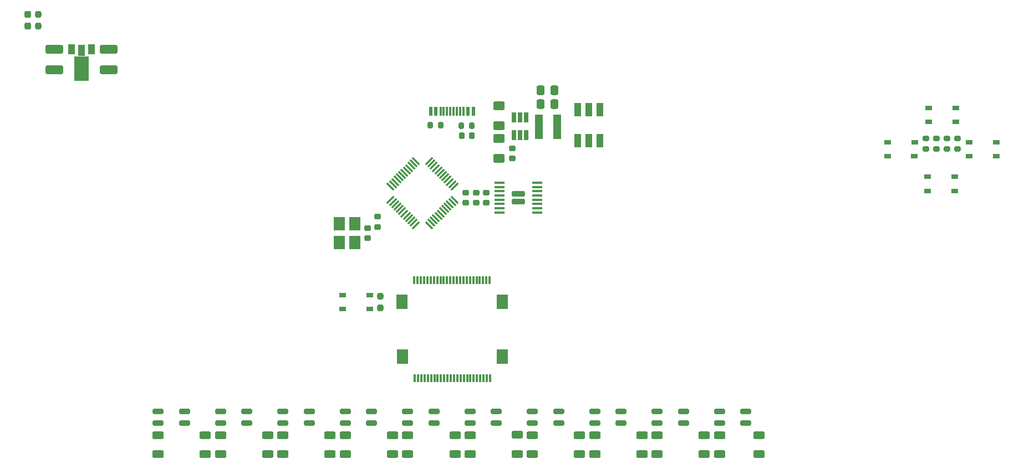
<source format=gbr>
%TF.GenerationSoftware,KiCad,Pcbnew,8.0.3*%
%TF.CreationDate,2024-10-06T13:34:10+03:00*%
%TF.ProjectId,Linefollower V6,4c696e65-666f-46c6-9c6f-776572205636,rev?*%
%TF.SameCoordinates,Original*%
%TF.FileFunction,Paste,Top*%
%TF.FilePolarity,Positive*%
%FSLAX46Y46*%
G04 Gerber Fmt 4.6, Leading zero omitted, Abs format (unit mm)*
G04 Created by KiCad (PCBNEW 8.0.3) date 2024-10-06 13:34:10*
%MOMM*%
%LPD*%
G01*
G04 APERTURE LIST*
G04 Aperture macros list*
%AMRoundRect*
0 Rectangle with rounded corners*
0 $1 Rounding radius*
0 $2 $3 $4 $5 $6 $7 $8 $9 X,Y pos of 4 corners*
0 Add a 4 corners polygon primitive as box body*
4,1,4,$2,$3,$4,$5,$6,$7,$8,$9,$2,$3,0*
0 Add four circle primitives for the rounded corners*
1,1,$1+$1,$2,$3*
1,1,$1+$1,$4,$5*
1,1,$1+$1,$6,$7*
1,1,$1+$1,$8,$9*
0 Add four rect primitives between the rounded corners*
20,1,$1+$1,$2,$3,$4,$5,0*
20,1,$1+$1,$4,$5,$6,$7,0*
20,1,$1+$1,$6,$7,$8,$9,0*
20,1,$1+$1,$8,$9,$2,$3,0*%
G04 Aperture macros list end*
%ADD10RoundRect,0.225000X-0.250000X0.225000X-0.250000X-0.225000X0.250000X-0.225000X0.250000X0.225000X0*%
%ADD11RoundRect,0.250000X0.625000X-0.312500X0.625000X0.312500X-0.625000X0.312500X-0.625000X-0.312500X0*%
%ADD12R,1.200000X3.700000*%
%ADD13RoundRect,0.197500X0.632500X-0.197500X0.632500X0.197500X-0.632500X0.197500X-0.632500X-0.197500X0*%
%ADD14RoundRect,0.237500X0.237500X-0.250000X0.237500X0.250000X-0.237500X0.250000X-0.237500X-0.250000X0*%
%ADD15R,0.300000X1.300000*%
%ADD16R,1.800000X2.200000*%
%ADD17R,1.050000X0.650000*%
%ADD18RoundRect,0.200000X-0.275000X0.200000X-0.275000X-0.200000X0.275000X-0.200000X0.275000X0.200000X0*%
%ADD19RoundRect,0.237500X-0.237500X0.250000X-0.237500X-0.250000X0.237500X-0.250000X0.237500X0.250000X0*%
%ADD20RoundRect,0.200000X0.275000X-0.200000X0.275000X0.200000X-0.275000X0.200000X-0.275000X-0.200000X0*%
%ADD21R,0.650000X1.560000*%
%ADD22R,1.800000X2.100000*%
%ADD23RoundRect,0.250000X0.337500X0.475000X-0.337500X0.475000X-0.337500X-0.475000X0.337500X-0.475000X0*%
%ADD24RoundRect,0.218750X0.256250X-0.218750X0.256250X0.218750X-0.256250X0.218750X-0.256250X-0.218750X0*%
%ADD25RoundRect,0.200000X-0.200000X-0.275000X0.200000X-0.275000X0.200000X0.275000X-0.200000X0.275000X0*%
%ADD26RoundRect,0.075000X-0.415425X-0.521491X0.521491X0.415425X0.415425X0.521491X-0.521491X-0.415425X0*%
%ADD27RoundRect,0.075000X0.415425X-0.521491X0.521491X-0.415425X-0.415425X0.521491X-0.521491X0.415425X0*%
%ADD28RoundRect,0.225000X-0.225000X-0.250000X0.225000X-0.250000X0.225000X0.250000X-0.225000X0.250000X0*%
%ADD29R,1.000000X1.500000*%
%ADD30R,2.200000X3.700000*%
%ADD31R,1.000000X1.800000*%
%ADD32RoundRect,0.232500X0.757500X0.232500X-0.757500X0.232500X-0.757500X-0.232500X0.757500X-0.232500X0*%
%ADD33RoundRect,0.100000X0.687500X0.100000X-0.687500X0.100000X-0.687500X-0.100000X0.687500X-0.100000X0*%
%ADD34RoundRect,0.250000X1.100000X-0.412500X1.100000X0.412500X-1.100000X0.412500X-1.100000X-0.412500X0*%
%ADD35RoundRect,0.200000X0.200000X0.275000X-0.200000X0.275000X-0.200000X-0.275000X0.200000X-0.275000X0*%
%ADD36RoundRect,0.250000X-0.625000X0.400000X-0.625000X-0.400000X0.625000X-0.400000X0.625000X0.400000X0*%
%ADD37RoundRect,0.237500X0.237500X-0.287500X0.237500X0.287500X-0.237500X0.287500X-0.237500X-0.287500X0*%
%ADD38RoundRect,0.225000X0.250000X-0.225000X0.250000X0.225000X-0.250000X0.225000X-0.250000X-0.225000X0*%
%ADD39R,0.600000X1.450000*%
%ADD40R,0.300000X1.450000*%
%ADD41R,1.100000X2.000000*%
%ADD42RoundRect,0.250000X-0.337500X-0.475000X0.337500X-0.475000X0.337500X0.475000X-0.337500X0.475000X0*%
G04 APERTURE END LIST*
D10*
%TO.C,C6*%
X157366949Y-90596632D03*
X157366949Y-92146632D03*
%TD*%
D11*
%TO.C,R25*%
X125545000Y-130580572D03*
X125545000Y-127655572D03*
%TD*%
D12*
%TO.C,L1*%
X169765000Y-80505572D03*
X166965000Y-80505572D03*
%TD*%
D13*
%TO.C,U12*%
X169980000Y-125839322D03*
X165980000Y-125839322D03*
X169980000Y-124039322D03*
X165980000Y-124039322D03*
%TD*%
D11*
%TO.C,R14*%
X200580000Y-130576822D03*
X200580000Y-127651822D03*
%TD*%
D14*
%TO.C,R2*%
X142765000Y-108253072D03*
X142765000Y-106428072D03*
%TD*%
D15*
%TO.C,J14*%
X159505000Y-118936822D03*
X159005000Y-118936822D03*
X158505000Y-118936822D03*
X158005000Y-118936822D03*
X157505000Y-118936822D03*
X157005000Y-118936822D03*
X156505000Y-118936822D03*
X156005000Y-118936822D03*
X155505000Y-118936822D03*
X155005000Y-118936822D03*
X154505000Y-118936822D03*
X154005000Y-118936822D03*
X153505000Y-118936822D03*
X153005000Y-118936822D03*
X152505000Y-118936822D03*
X152005000Y-118936822D03*
X151505000Y-118936822D03*
X151005000Y-118936822D03*
X150505000Y-118936822D03*
X150005000Y-118936822D03*
X149505000Y-118936822D03*
X149005000Y-118936822D03*
X148505000Y-118936822D03*
X148005000Y-118936822D03*
D16*
X161405000Y-115686822D03*
X146105000Y-115686822D03*
%TD*%
D13*
%TO.C,U8*%
X189030000Y-125839322D03*
X185030000Y-125839322D03*
X189030000Y-124039322D03*
X185030000Y-124039322D03*
%TD*%
%TO.C,U6*%
X198555000Y-125839322D03*
X194555000Y-125839322D03*
X198555000Y-124039322D03*
X194555000Y-124039322D03*
%TD*%
D11*
%TO.C,R29*%
X116020000Y-130580572D03*
X116020000Y-127655572D03*
%TD*%
D17*
%TO.C,SW2*%
X141140000Y-108415572D03*
X136990000Y-108415572D03*
X141140000Y-106265572D03*
X137015000Y-106265572D03*
%TD*%
D18*
%TO.C,R10*%
X226070625Y-82280572D03*
X226070625Y-83930572D03*
%TD*%
D19*
%TO.C,R1*%
X90490000Y-63315572D03*
X90490000Y-65140572D03*
%TD*%
D20*
%TO.C,R8*%
X230870625Y-83930572D03*
X230870625Y-82280572D03*
%TD*%
D11*
%TO.C,R20*%
X175505000Y-130576822D03*
X175505000Y-127651822D03*
%TD*%
D13*
%TO.C,U14*%
X160455000Y-125839322D03*
X156455000Y-125839322D03*
X160455000Y-124039322D03*
X156455000Y-124039322D03*
%TD*%
D11*
%TO.C,R16*%
X185030000Y-130576822D03*
X185030000Y-127651822D03*
%TD*%
%TO.C,R28*%
X156480000Y-130576822D03*
X156480000Y-127651822D03*
%TD*%
D21*
%TO.C,U5*%
X165025500Y-79105572D03*
X164075500Y-79105572D03*
X163125500Y-79105572D03*
X163125500Y-81805572D03*
X164075500Y-81805572D03*
X165025500Y-81805572D03*
%TD*%
D11*
%TO.C,R27*%
X108820000Y-130580572D03*
X108820000Y-127655572D03*
%TD*%
D22*
%TO.C,Y2*%
X138820625Y-98255572D03*
X138820625Y-95355572D03*
X136520625Y-95355572D03*
X136520625Y-98255572D03*
%TD*%
D17*
%TO.C,SW5*%
X236795625Y-85030572D03*
X232645625Y-85030572D03*
X236795625Y-82880572D03*
X232670625Y-82880572D03*
%TD*%
D13*
%TO.C,U13*%
X112820000Y-125843072D03*
X108820000Y-125843072D03*
X112820000Y-124043072D03*
X108820000Y-124043072D03*
%TD*%
D17*
%TO.C,SW7*%
X230445625Y-90330572D03*
X226295625Y-90330572D03*
X230445625Y-88180572D03*
X226320625Y-88180572D03*
%TD*%
D23*
%TO.C,C12*%
X169327500Y-77080572D03*
X167252500Y-77080572D03*
%TD*%
D24*
%TO.C,D2*%
X162940000Y-85393072D03*
X162940000Y-83818072D03*
%TD*%
D25*
%TO.C,R3*%
X155105000Y-80320572D03*
X156755000Y-80320572D03*
%TD*%
D10*
%TO.C,C2*%
X158916949Y-90596632D03*
X158916949Y-92146632D03*
%TD*%
D17*
%TO.C,SW6*%
X226495625Y-77630572D03*
X230645625Y-77630572D03*
X226495625Y-79780572D03*
X230620625Y-79780572D03*
%TD*%
D11*
%TO.C,R12*%
X194555000Y-130576822D03*
X194555000Y-127651822D03*
%TD*%
D26*
%TO.C,U1*%
X144302124Y-91668205D03*
X144655678Y-92021759D03*
X145009231Y-92375312D03*
X145362785Y-92728866D03*
X145716338Y-93082419D03*
X146069891Y-93435972D03*
X146423445Y-93789526D03*
X146776998Y-94143079D03*
X147130551Y-94496632D03*
X147484105Y-94850186D03*
X147837658Y-95203739D03*
X148191212Y-95557293D03*
D27*
X150188788Y-95557293D03*
X150542342Y-95203739D03*
X150895895Y-94850186D03*
X151249449Y-94496632D03*
X151603002Y-94143079D03*
X151956555Y-93789526D03*
X152310109Y-93435972D03*
X152663662Y-93082419D03*
X153017215Y-92728866D03*
X153370769Y-92375312D03*
X153724322Y-92021759D03*
X154077876Y-91668205D03*
D26*
X154077876Y-89670629D03*
X153724322Y-89317075D03*
X153370769Y-88963522D03*
X153017215Y-88609968D03*
X152663662Y-88256415D03*
X152310109Y-87902862D03*
X151956555Y-87549308D03*
X151603002Y-87195755D03*
X151249449Y-86842202D03*
X150895895Y-86488648D03*
X150542342Y-86135095D03*
X150188788Y-85781541D03*
D27*
X148191212Y-85781541D03*
X147837658Y-86135095D03*
X147484105Y-86488648D03*
X147130551Y-86842202D03*
X146776998Y-87195755D03*
X146423445Y-87549308D03*
X146069891Y-87902862D03*
X145716338Y-88256415D03*
X145362785Y-88609968D03*
X145009231Y-88963522D03*
X144655678Y-89317075D03*
X144302124Y-89670629D03*
%TD*%
D13*
%TO.C,U7*%
X141405000Y-125839322D03*
X137405000Y-125839322D03*
X141405000Y-124039322D03*
X137405000Y-124039322D03*
%TD*%
D17*
%TO.C,SW4*%
X220190625Y-82885572D03*
X224340625Y-82885572D03*
X220190625Y-85035572D03*
X224315625Y-85035572D03*
%TD*%
D11*
%TO.C,R18*%
X192230000Y-130576822D03*
X192230000Y-127651822D03*
%TD*%
D28*
%TO.C,C1*%
X155155000Y-81920572D03*
X156705000Y-81920572D03*
%TD*%
D29*
%TO.C,U3*%
X98620000Y-68710572D03*
D30*
X97120000Y-71610572D03*
D31*
X97120000Y-68860572D03*
D29*
X95620000Y-68710572D03*
%TD*%
D10*
%TO.C,C16*%
X140795625Y-96005572D03*
X140795625Y-97555572D03*
%TD*%
D13*
%TO.C,U9*%
X131880000Y-125839322D03*
X127880000Y-125839322D03*
X131880000Y-124039322D03*
X127880000Y-124039322D03*
%TD*%
D32*
%TO.C,U4*%
X163816949Y-91926632D03*
X163816949Y-90766632D03*
D33*
X166679449Y-93621632D03*
X166679449Y-92971632D03*
X166679449Y-92321632D03*
X166679449Y-91671632D03*
X166679449Y-91021632D03*
X166679449Y-90371632D03*
X166679449Y-89721632D03*
X166679449Y-89071632D03*
X160954449Y-89071632D03*
X160954449Y-89721632D03*
X160954449Y-90371632D03*
X160954449Y-91021632D03*
X160954449Y-91671632D03*
X160954449Y-92321632D03*
X160954449Y-92971632D03*
X160954449Y-93621632D03*
%TD*%
D34*
%TO.C,C4*%
X101280000Y-71833072D03*
X101280000Y-68708072D03*
%TD*%
%TO.C,C3*%
X92960000Y-71833072D03*
X92960000Y-68708072D03*
%TD*%
D11*
%TO.C,R22*%
X182705000Y-130576822D03*
X182705000Y-127651822D03*
%TD*%
%TO.C,R13*%
X154155000Y-130576822D03*
X154155000Y-127651822D03*
%TD*%
%TO.C,R21*%
X135080000Y-130576822D03*
X135080000Y-127651822D03*
%TD*%
D35*
%TO.C,R4*%
X152005000Y-80310572D03*
X150355000Y-80310572D03*
%TD*%
D11*
%TO.C,R24*%
X165980000Y-130576822D03*
X165980000Y-127651822D03*
%TD*%
D18*
%TO.C,R7*%
X227670625Y-82280572D03*
X227670625Y-83930572D03*
%TD*%
D20*
%TO.C,R9*%
X229270625Y-83930572D03*
X229270625Y-82280572D03*
%TD*%
D36*
%TO.C,R6*%
X160865000Y-82280572D03*
X160865000Y-85380572D03*
%TD*%
D37*
%TO.C,D1*%
X88865000Y-65078072D03*
X88865000Y-63328072D03*
%TD*%
D11*
%TO.C,R15*%
X137405000Y-130576822D03*
X137405000Y-127651822D03*
%TD*%
D38*
%TO.C,C15*%
X142345625Y-95830572D03*
X142345625Y-94280572D03*
%TD*%
D11*
%TO.C,R23*%
X118345000Y-130580572D03*
X118345000Y-127655572D03*
%TD*%
D39*
%TO.C,J2*%
X156940000Y-78185572D03*
X156140000Y-78185572D03*
D40*
X154940000Y-78185572D03*
X153940000Y-78185572D03*
X153440000Y-78185572D03*
X152440000Y-78185572D03*
D39*
X150440000Y-78185572D03*
X151240000Y-78185572D03*
D40*
X151940000Y-78185572D03*
X152940000Y-78185572D03*
X154440000Y-78185572D03*
X155440000Y-78185572D03*
%TD*%
D11*
%TO.C,R30*%
X163655000Y-130564322D03*
X163655000Y-127639322D03*
%TD*%
D41*
%TO.C,D3*%
X176295625Y-77880572D03*
X174595625Y-77880572D03*
X172895625Y-77880572D03*
X172895625Y-82680572D03*
X174595625Y-82680572D03*
X176295625Y-82680572D03*
%TD*%
D36*
%TO.C,R5*%
X160865000Y-77280572D03*
X160865000Y-80380572D03*
%TD*%
D13*
%TO.C,U10*%
X179505000Y-125839322D03*
X175505000Y-125839322D03*
X179505000Y-124039322D03*
X175505000Y-124039322D03*
%TD*%
D15*
%TO.C,J4*%
X147940000Y-104015572D03*
X148440000Y-104015572D03*
X148940000Y-104015572D03*
X149440000Y-104015572D03*
X149940000Y-104015572D03*
X150440000Y-104015572D03*
X150940000Y-104015572D03*
X151440000Y-104015572D03*
X151940000Y-104015572D03*
X152440000Y-104015572D03*
X152940000Y-104015572D03*
X153440000Y-104015572D03*
X153940000Y-104015572D03*
X154440000Y-104015572D03*
X154940000Y-104015572D03*
X155440000Y-104015572D03*
X155940000Y-104015572D03*
X156440000Y-104015572D03*
X156940000Y-104015572D03*
X157440000Y-104015572D03*
X157940000Y-104015572D03*
X158440000Y-104015572D03*
X158940000Y-104015572D03*
X159440000Y-104015572D03*
D16*
X146040000Y-107265572D03*
X161340000Y-107265572D03*
%TD*%
D10*
%TO.C,C5*%
X155816949Y-90596632D03*
X155816949Y-92146632D03*
%TD*%
D11*
%TO.C,R19*%
X127880000Y-130576822D03*
X127880000Y-127651822D03*
%TD*%
%TO.C,R26*%
X173180000Y-130576822D03*
X173180000Y-127651822D03*
%TD*%
D13*
%TO.C,U11*%
X122345000Y-125843072D03*
X118345000Y-125843072D03*
X122345000Y-124043072D03*
X118345000Y-124043072D03*
%TD*%
D42*
%TO.C,C9*%
X167252500Y-74930572D03*
X169327500Y-74930572D03*
%TD*%
D13*
%TO.C,U2*%
X150930000Y-125839322D03*
X146930000Y-125839322D03*
X150930000Y-124039322D03*
X146930000Y-124039322D03*
%TD*%
D11*
%TO.C,R17*%
X144605000Y-130576822D03*
X144605000Y-127651822D03*
%TD*%
%TO.C,R11*%
X146930000Y-130576822D03*
X146930000Y-127651822D03*
%TD*%
M02*

</source>
